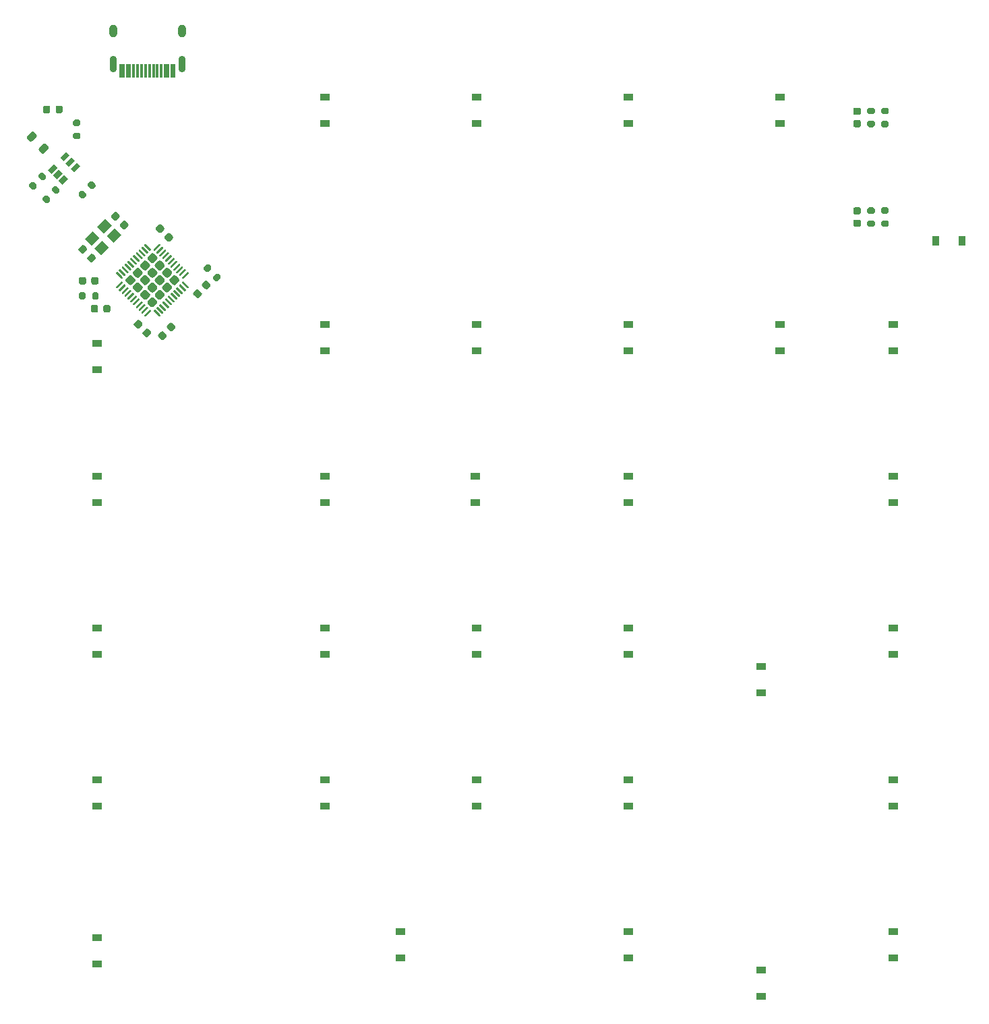
<source format=gbr>
G04 #@! TF.GenerationSoftware,KiCad,Pcbnew,(5.1.8)-1*
G04 #@! TF.CreationDate,2021-01-11T10:14:07+02:00*
G04 #@! TF.ProjectId,OsseyPad,4f737365-7950-4616-942e-6b696361645f,rev?*
G04 #@! TF.SameCoordinates,Original*
G04 #@! TF.FileFunction,Paste,Bot*
G04 #@! TF.FilePolarity,Positive*
%FSLAX46Y46*%
G04 Gerber Fmt 4.6, Leading zero omitted, Abs format (unit mm)*
G04 Created by KiCad (PCBNEW (5.1.8)-1) date 2021-01-11 10:14:07*
%MOMM*%
%LPD*%
G01*
G04 APERTURE LIST*
%ADD10R,0.300000X1.750000*%
%ADD11O,0.900000X2.100000*%
%ADD12O,1.000000X1.600000*%
%ADD13R,0.900000X1.200000*%
%ADD14C,0.100000*%
%ADD15R,1.200000X0.900000*%
G04 APERTURE END LIST*
D10*
X54900000Y-28410000D03*
X54600000Y-28410000D03*
X53800000Y-28410000D03*
X54100000Y-28410000D03*
X49300000Y-28410000D03*
X49000000Y-28410000D03*
X48500000Y-28410000D03*
X48200000Y-28410000D03*
X51300000Y-28410000D03*
X50300000Y-28410000D03*
X49800000Y-28410000D03*
X50800000Y-28410000D03*
X53300000Y-28410000D03*
X52800000Y-28410000D03*
X52300000Y-28410000D03*
X51800000Y-28410000D03*
D11*
X55870000Y-27570000D03*
X47230000Y-27570000D03*
D12*
X55870000Y-23390000D03*
X47230000Y-23390000D03*
D13*
X153825000Y-49756250D03*
X150525000Y-49756250D03*
G36*
G01*
X44469975Y-43250184D02*
X44081066Y-42861275D01*
G75*
G02*
X44081066Y-42578433I141421J141421D01*
G01*
X44363909Y-42295590D01*
G75*
G02*
X44646751Y-42295590I141421J-141421D01*
G01*
X45035660Y-42684499D01*
G75*
G02*
X45035660Y-42967341I-141421J-141421D01*
G01*
X44752817Y-43250184D01*
G75*
G02*
X44469975Y-43250184I-141421J141421D01*
G01*
G37*
G36*
G01*
X43303249Y-44416910D02*
X42914340Y-44028001D01*
G75*
G02*
X42914340Y-43745159I141421J141421D01*
G01*
X43197183Y-43462316D01*
G75*
G02*
X43480025Y-43462316I141421J-141421D01*
G01*
X43868934Y-43851225D01*
G75*
G02*
X43868934Y-44134067I-141421J-141421D01*
G01*
X43586091Y-44416910D01*
G75*
G02*
X43303249Y-44416910I-141421J141421D01*
G01*
G37*
G36*
G01*
X42950000Y-35331250D02*
X42400000Y-35331250D01*
G75*
G02*
X42200000Y-35131250I0J200000D01*
G01*
X42200000Y-34731250D01*
G75*
G02*
X42400000Y-34531250I200000J0D01*
G01*
X42950000Y-34531250D01*
G75*
G02*
X43150000Y-34731250I0J-200000D01*
G01*
X43150000Y-35131250D01*
G75*
G02*
X42950000Y-35331250I-200000J0D01*
G01*
G37*
G36*
G01*
X42950000Y-36981250D02*
X42400000Y-36981250D01*
G75*
G02*
X42200000Y-36781250I0J200000D01*
G01*
X42200000Y-36381250D01*
G75*
G02*
X42400000Y-36181250I200000J0D01*
G01*
X42950000Y-36181250D01*
G75*
G02*
X43150000Y-36381250I0J-200000D01*
G01*
X43150000Y-36781250D01*
G75*
G02*
X42950000Y-36981250I-200000J0D01*
G01*
G37*
G36*
G01*
X37600561Y-36704165D02*
X37061392Y-37243334D01*
G75*
G02*
X36752032Y-37243334I-154680J154680D01*
G01*
X36442673Y-36933975D01*
G75*
G02*
X36442673Y-36624615I154680J154680D01*
G01*
X36981842Y-36085446D01*
G75*
G02*
X37291202Y-36085446I154680J-154680D01*
G01*
X37600561Y-36394805D01*
G75*
G02*
X37600561Y-36704165I-154680J-154680D01*
G01*
G37*
G36*
G01*
X39103163Y-38206767D02*
X38563994Y-38745936D01*
G75*
G02*
X38254634Y-38745936I-154680J154680D01*
G01*
X37945275Y-38436577D01*
G75*
G02*
X37945275Y-38127217I154680J154680D01*
G01*
X38484444Y-37588048D01*
G75*
G02*
X38793804Y-37588048I154680J-154680D01*
G01*
X39103163Y-37897407D01*
G75*
G02*
X39103163Y-38206767I-154680J-154680D01*
G01*
G37*
G36*
G01*
X39325000Y-33000000D02*
X39325000Y-33512500D01*
G75*
G02*
X39106250Y-33731250I-218750J0D01*
G01*
X38668750Y-33731250D01*
G75*
G02*
X38450000Y-33512500I0J218750D01*
G01*
X38450000Y-33000000D01*
G75*
G02*
X38668750Y-32781250I218750J0D01*
G01*
X39106250Y-32781250D01*
G75*
G02*
X39325000Y-33000000I0J-218750D01*
G01*
G37*
G36*
G01*
X40900000Y-33000000D02*
X40900000Y-33512500D01*
G75*
G02*
X40681250Y-33731250I-218750J0D01*
G01*
X40243750Y-33731250D01*
G75*
G02*
X40025000Y-33512500I0J218750D01*
G01*
X40025000Y-33000000D01*
G75*
G02*
X40243750Y-32781250I218750J0D01*
G01*
X40681250Y-32781250D01*
G75*
G02*
X40900000Y-33000000I0J-218750D01*
G01*
G37*
G36*
G01*
X142150000Y-47181250D02*
X142700000Y-47181250D01*
G75*
G02*
X142900000Y-47381250I0J-200000D01*
G01*
X142900000Y-47781250D01*
G75*
G02*
X142700000Y-47981250I-200000J0D01*
G01*
X142150000Y-47981250D01*
G75*
G02*
X141950000Y-47781250I0J200000D01*
G01*
X141950000Y-47381250D01*
G75*
G02*
X142150000Y-47181250I200000J0D01*
G01*
G37*
G36*
G01*
X142150000Y-45531250D02*
X142700000Y-45531250D01*
G75*
G02*
X142900000Y-45731250I0J-200000D01*
G01*
X142900000Y-46131250D01*
G75*
G02*
X142700000Y-46331250I-200000J0D01*
G01*
X142150000Y-46331250D01*
G75*
G02*
X141950000Y-46131250I0J200000D01*
G01*
X141950000Y-45731250D01*
G75*
G02*
X142150000Y-45531250I200000J0D01*
G01*
G37*
G36*
G01*
X142700000Y-33831250D02*
X142150000Y-33831250D01*
G75*
G02*
X141950000Y-33631250I0J200000D01*
G01*
X141950000Y-33231250D01*
G75*
G02*
X142150000Y-33031250I200000J0D01*
G01*
X142700000Y-33031250D01*
G75*
G02*
X142900000Y-33231250I0J-200000D01*
G01*
X142900000Y-33631250D01*
G75*
G02*
X142700000Y-33831250I-200000J0D01*
G01*
G37*
G36*
G01*
X142700000Y-35481250D02*
X142150000Y-35481250D01*
G75*
G02*
X141950000Y-35281250I0J200000D01*
G01*
X141950000Y-34881250D01*
G75*
G02*
X142150000Y-34681250I200000J0D01*
G01*
X142700000Y-34681250D01*
G75*
G02*
X142900000Y-34881250I0J-200000D01*
G01*
X142900000Y-35281250D01*
G75*
G02*
X142700000Y-35481250I-200000J0D01*
G01*
G37*
G36*
G01*
X144450000Y-46331250D02*
X143900000Y-46331250D01*
G75*
G02*
X143700000Y-46131250I0J200000D01*
G01*
X143700000Y-45731250D01*
G75*
G02*
X143900000Y-45531250I200000J0D01*
G01*
X144450000Y-45531250D01*
G75*
G02*
X144650000Y-45731250I0J-200000D01*
G01*
X144650000Y-46131250D01*
G75*
G02*
X144450000Y-46331250I-200000J0D01*
G01*
G37*
G36*
G01*
X144450000Y-47981250D02*
X143900000Y-47981250D01*
G75*
G02*
X143700000Y-47781250I0J200000D01*
G01*
X143700000Y-47381250D01*
G75*
G02*
X143900000Y-47181250I200000J0D01*
G01*
X144450000Y-47181250D01*
G75*
G02*
X144650000Y-47381250I0J-200000D01*
G01*
X144650000Y-47781250D01*
G75*
G02*
X144450000Y-47981250I-200000J0D01*
G01*
G37*
G36*
G01*
X143900000Y-34681250D02*
X144450000Y-34681250D01*
G75*
G02*
X144650000Y-34881250I0J-200000D01*
G01*
X144650000Y-35281250D01*
G75*
G02*
X144450000Y-35481250I-200000J0D01*
G01*
X143900000Y-35481250D01*
G75*
G02*
X143700000Y-35281250I0J200000D01*
G01*
X143700000Y-34881250D01*
G75*
G02*
X143900000Y-34681250I200000J0D01*
G01*
G37*
G36*
G01*
X143900000Y-33031250D02*
X144450000Y-33031250D01*
G75*
G02*
X144650000Y-33231250I0J-200000D01*
G01*
X144650000Y-33631250D01*
G75*
G02*
X144450000Y-33831250I-200000J0D01*
G01*
X143900000Y-33831250D01*
G75*
G02*
X143700000Y-33631250I0J200000D01*
G01*
X143700000Y-33231250D01*
G75*
G02*
X143900000Y-33031250I200000J0D01*
G01*
G37*
G36*
G01*
X140425000Y-34581250D02*
X140925000Y-34581250D01*
G75*
G02*
X141150000Y-34806250I0J-225000D01*
G01*
X141150000Y-35256250D01*
G75*
G02*
X140925000Y-35481250I-225000J0D01*
G01*
X140425000Y-35481250D01*
G75*
G02*
X140200000Y-35256250I0J225000D01*
G01*
X140200000Y-34806250D01*
G75*
G02*
X140425000Y-34581250I225000J0D01*
G01*
G37*
G36*
G01*
X140425000Y-33031250D02*
X140925000Y-33031250D01*
G75*
G02*
X141150000Y-33256250I0J-225000D01*
G01*
X141150000Y-33706250D01*
G75*
G02*
X140925000Y-33931250I-225000J0D01*
G01*
X140425000Y-33931250D01*
G75*
G02*
X140200000Y-33706250I0J225000D01*
G01*
X140200000Y-33256250D01*
G75*
G02*
X140425000Y-33031250I225000J0D01*
G01*
G37*
G36*
G01*
X140925000Y-46431250D02*
X140425000Y-46431250D01*
G75*
G02*
X140200000Y-46206250I0J225000D01*
G01*
X140200000Y-45756250D01*
G75*
G02*
X140425000Y-45531250I225000J0D01*
G01*
X140925000Y-45531250D01*
G75*
G02*
X141150000Y-45756250I0J-225000D01*
G01*
X141150000Y-46206250D01*
G75*
G02*
X140925000Y-46431250I-225000J0D01*
G01*
G37*
G36*
G01*
X140925000Y-47981250D02*
X140425000Y-47981250D01*
G75*
G02*
X140200000Y-47756250I0J225000D01*
G01*
X140200000Y-47306250D01*
G75*
G02*
X140425000Y-47081250I225000J0D01*
G01*
X140925000Y-47081250D01*
G75*
G02*
X141150000Y-47306250I0J-225000D01*
G01*
X141150000Y-47756250D01*
G75*
G02*
X140925000Y-47981250I-225000J0D01*
G01*
G37*
G36*
G01*
X50978033Y-61162837D02*
X51331587Y-60809283D01*
G75*
G02*
X51649785Y-60809283I159099J-159099D01*
G01*
X51967983Y-61127481D01*
G75*
G02*
X51967983Y-61445679I-159099J-159099D01*
G01*
X51614429Y-61799233D01*
G75*
G02*
X51296231Y-61799233I-159099J159099D01*
G01*
X50978033Y-61481035D01*
G75*
G02*
X50978033Y-61162837I159099J159099D01*
G01*
G37*
G36*
G01*
X49882017Y-60066821D02*
X50235571Y-59713267D01*
G75*
G02*
X50553769Y-59713267I159099J-159099D01*
G01*
X50871967Y-60031465D01*
G75*
G02*
X50871967Y-60349663I-159099J-159099D01*
G01*
X50518413Y-60703217D01*
G75*
G02*
X50200215Y-60703217I-159099J159099D01*
G01*
X49882017Y-60385019D01*
G75*
G02*
X49882017Y-60066821I159099J159099D01*
G01*
G37*
D14*
G36*
X46245711Y-46958332D02*
G01*
X47094239Y-47806860D01*
X46104289Y-48796810D01*
X45255761Y-47948282D01*
X46245711Y-46958332D01*
G37*
G36*
X44690076Y-48513967D02*
G01*
X45538604Y-49362495D01*
X44548654Y-50352445D01*
X43700126Y-49503917D01*
X44690076Y-48513967D01*
G37*
G36*
X45892157Y-49716048D02*
G01*
X46740685Y-50564576D01*
X45750735Y-51554526D01*
X44902207Y-50705998D01*
X45892157Y-49716048D01*
G37*
G36*
X47447792Y-48160413D02*
G01*
X48296320Y-49008941D01*
X47306370Y-49998891D01*
X46457842Y-49150363D01*
X47447792Y-48160413D01*
G37*
G36*
X41707967Y-40445644D02*
G01*
X41248348Y-39986025D01*
X41997881Y-39236492D01*
X42457500Y-39696111D01*
X41707967Y-40445644D01*
G37*
G36*
X42379719Y-41117395D02*
G01*
X41920100Y-40657776D01*
X42669633Y-39908243D01*
X43129252Y-40367862D01*
X42379719Y-41117395D01*
G37*
G36*
X41036216Y-39773892D02*
G01*
X40576597Y-39314273D01*
X41326130Y-38564740D01*
X41785749Y-39024359D01*
X41036216Y-39773892D01*
G37*
G36*
X39480581Y-41329527D02*
G01*
X39020962Y-40869908D01*
X39770495Y-40120375D01*
X40230114Y-40579994D01*
X39480581Y-41329527D01*
G37*
G36*
X40152333Y-42001278D02*
G01*
X39692714Y-41541659D01*
X40442247Y-40792126D01*
X40901866Y-41251745D01*
X40152333Y-42001278D01*
G37*
G36*
X40824084Y-42673030D02*
G01*
X40364465Y-42213411D01*
X41113998Y-41463878D01*
X41573617Y-41923497D01*
X40824084Y-42673030D01*
G37*
G36*
G01*
X51998224Y-52483459D02*
X51609314Y-52094549D01*
G75*
G02*
X51609314Y-51740997I176776J176776D01*
G01*
X51998224Y-51352087D01*
G75*
G02*
X52351776Y-51352087I176776J-176776D01*
G01*
X52740686Y-51740997D01*
G75*
G02*
X52740686Y-52094549I-176776J-176776D01*
G01*
X52351776Y-52483459D01*
G75*
G02*
X51998224Y-52483459I-176776J176776D01*
G01*
G37*
G36*
G01*
X52917463Y-53402697D02*
X52528553Y-53013787D01*
G75*
G02*
X52528553Y-52660235I176776J176776D01*
G01*
X52917463Y-52271325D01*
G75*
G02*
X53271015Y-52271325I176776J-176776D01*
G01*
X53659925Y-52660235D01*
G75*
G02*
X53659925Y-53013787I-176776J-176776D01*
G01*
X53271015Y-53402697D01*
G75*
G02*
X52917463Y-53402697I-176776J176776D01*
G01*
G37*
G36*
G01*
X53836702Y-54321936D02*
X53447792Y-53933026D01*
G75*
G02*
X53447792Y-53579474I176776J176776D01*
G01*
X53836702Y-53190564D01*
G75*
G02*
X54190254Y-53190564I176776J-176776D01*
G01*
X54579164Y-53579474D01*
G75*
G02*
X54579164Y-53933026I-176776J-176776D01*
G01*
X54190254Y-54321936D01*
G75*
G02*
X53836702Y-54321936I-176776J176776D01*
G01*
G37*
G36*
G01*
X54755940Y-55241175D02*
X54367030Y-54852265D01*
G75*
G02*
X54367030Y-54498713I176776J176776D01*
G01*
X54755940Y-54109803D01*
G75*
G02*
X55109492Y-54109803I176776J-176776D01*
G01*
X55498402Y-54498713D01*
G75*
G02*
X55498402Y-54852265I-176776J-176776D01*
G01*
X55109492Y-55241175D01*
G75*
G02*
X54755940Y-55241175I-176776J176776D01*
G01*
G37*
G36*
G01*
X51078985Y-53402697D02*
X50690075Y-53013787D01*
G75*
G02*
X50690075Y-52660235I176776J176776D01*
G01*
X51078985Y-52271325D01*
G75*
G02*
X51432537Y-52271325I176776J-176776D01*
G01*
X51821447Y-52660235D01*
G75*
G02*
X51821447Y-53013787I-176776J-176776D01*
G01*
X51432537Y-53402697D01*
G75*
G02*
X51078985Y-53402697I-176776J176776D01*
G01*
G37*
G36*
G01*
X51998224Y-54321936D02*
X51609314Y-53933026D01*
G75*
G02*
X51609314Y-53579474I176776J176776D01*
G01*
X51998224Y-53190564D01*
G75*
G02*
X52351776Y-53190564I176776J-176776D01*
G01*
X52740686Y-53579474D01*
G75*
G02*
X52740686Y-53933026I-176776J-176776D01*
G01*
X52351776Y-54321936D01*
G75*
G02*
X51998224Y-54321936I-176776J176776D01*
G01*
G37*
G36*
G01*
X52917463Y-55241175D02*
X52528553Y-54852265D01*
G75*
G02*
X52528553Y-54498713I176776J176776D01*
G01*
X52917463Y-54109803D01*
G75*
G02*
X53271015Y-54109803I176776J-176776D01*
G01*
X53659925Y-54498713D01*
G75*
G02*
X53659925Y-54852265I-176776J-176776D01*
G01*
X53271015Y-55241175D01*
G75*
G02*
X52917463Y-55241175I-176776J176776D01*
G01*
G37*
G36*
G01*
X53836702Y-56160414D02*
X53447792Y-55771504D01*
G75*
G02*
X53447792Y-55417952I176776J176776D01*
G01*
X53836702Y-55029042D01*
G75*
G02*
X54190254Y-55029042I176776J-176776D01*
G01*
X54579164Y-55417952D01*
G75*
G02*
X54579164Y-55771504I-176776J-176776D01*
G01*
X54190254Y-56160414D01*
G75*
G02*
X53836702Y-56160414I-176776J176776D01*
G01*
G37*
G36*
G01*
X50159746Y-54321936D02*
X49770836Y-53933026D01*
G75*
G02*
X49770836Y-53579474I176776J176776D01*
G01*
X50159746Y-53190564D01*
G75*
G02*
X50513298Y-53190564I176776J-176776D01*
G01*
X50902208Y-53579474D01*
G75*
G02*
X50902208Y-53933026I-176776J-176776D01*
G01*
X50513298Y-54321936D01*
G75*
G02*
X50159746Y-54321936I-176776J176776D01*
G01*
G37*
G36*
G01*
X51078985Y-55241175D02*
X50690075Y-54852265D01*
G75*
G02*
X50690075Y-54498713I176776J176776D01*
G01*
X51078985Y-54109803D01*
G75*
G02*
X51432537Y-54109803I176776J-176776D01*
G01*
X51821447Y-54498713D01*
G75*
G02*
X51821447Y-54852265I-176776J-176776D01*
G01*
X51432537Y-55241175D01*
G75*
G02*
X51078985Y-55241175I-176776J176776D01*
G01*
G37*
G36*
G01*
X51998224Y-56160414D02*
X51609314Y-55771504D01*
G75*
G02*
X51609314Y-55417952I176776J176776D01*
G01*
X51998224Y-55029042D01*
G75*
G02*
X52351776Y-55029042I176776J-176776D01*
G01*
X52740686Y-55417952D01*
G75*
G02*
X52740686Y-55771504I-176776J-176776D01*
G01*
X52351776Y-56160414D01*
G75*
G02*
X51998224Y-56160414I-176776J176776D01*
G01*
G37*
G36*
G01*
X52917463Y-57079653D02*
X52528553Y-56690743D01*
G75*
G02*
X52528553Y-56337191I176776J176776D01*
G01*
X52917463Y-55948281D01*
G75*
G02*
X53271015Y-55948281I176776J-176776D01*
G01*
X53659925Y-56337191D01*
G75*
G02*
X53659925Y-56690743I-176776J-176776D01*
G01*
X53271015Y-57079653D01*
G75*
G02*
X52917463Y-57079653I-176776J176776D01*
G01*
G37*
G36*
G01*
X49240508Y-55241175D02*
X48851598Y-54852265D01*
G75*
G02*
X48851598Y-54498713I176776J176776D01*
G01*
X49240508Y-54109803D01*
G75*
G02*
X49594060Y-54109803I176776J-176776D01*
G01*
X49982970Y-54498713D01*
G75*
G02*
X49982970Y-54852265I-176776J-176776D01*
G01*
X49594060Y-55241175D01*
G75*
G02*
X49240508Y-55241175I-176776J176776D01*
G01*
G37*
G36*
G01*
X50159746Y-56160414D02*
X49770836Y-55771504D01*
G75*
G02*
X49770836Y-55417952I176776J176776D01*
G01*
X50159746Y-55029042D01*
G75*
G02*
X50513298Y-55029042I176776J-176776D01*
G01*
X50902208Y-55417952D01*
G75*
G02*
X50902208Y-55771504I-176776J-176776D01*
G01*
X50513298Y-56160414D01*
G75*
G02*
X50159746Y-56160414I-176776J176776D01*
G01*
G37*
G36*
G01*
X51078985Y-57079653D02*
X50690075Y-56690743D01*
G75*
G02*
X50690075Y-56337191I176776J176776D01*
G01*
X51078985Y-55948281D01*
G75*
G02*
X51432537Y-55948281I176776J-176776D01*
G01*
X51821447Y-56337191D01*
G75*
G02*
X51821447Y-56690743I-176776J-176776D01*
G01*
X51432537Y-57079653D01*
G75*
G02*
X51078985Y-57079653I-176776J176776D01*
G01*
G37*
G36*
G01*
X51998224Y-57998891D02*
X51609314Y-57609981D01*
G75*
G02*
X51609314Y-57256429I176776J176776D01*
G01*
X51998224Y-56867519D01*
G75*
G02*
X52351776Y-56867519I176776J-176776D01*
G01*
X52740686Y-57256429D01*
G75*
G02*
X52740686Y-57609981I-176776J-176776D01*
G01*
X52351776Y-57998891D01*
G75*
G02*
X51998224Y-57998891I-176776J176776D01*
G01*
G37*
G36*
G01*
X53014690Y-59227489D02*
X52342938Y-58555737D01*
G75*
G02*
X52342938Y-58467349I44194J44194D01*
G01*
X52431326Y-58378961D01*
G75*
G02*
X52519714Y-58378961I44194J-44194D01*
G01*
X53191466Y-59050713D01*
G75*
G02*
X53191466Y-59139101I-44194J-44194D01*
G01*
X53103078Y-59227489D01*
G75*
G02*
X53014690Y-59227489I-44194J44194D01*
G01*
G37*
G36*
G01*
X53368243Y-58873935D02*
X52696491Y-58202183D01*
G75*
G02*
X52696491Y-58113795I44194J44194D01*
G01*
X52784879Y-58025407D01*
G75*
G02*
X52873267Y-58025407I44194J-44194D01*
G01*
X53545019Y-58697159D01*
G75*
G02*
X53545019Y-58785547I-44194J-44194D01*
G01*
X53456631Y-58873935D01*
G75*
G02*
X53368243Y-58873935I-44194J44194D01*
G01*
G37*
G36*
G01*
X53721797Y-58520382D02*
X53050045Y-57848630D01*
G75*
G02*
X53050045Y-57760242I44194J44194D01*
G01*
X53138433Y-57671854D01*
G75*
G02*
X53226821Y-57671854I44194J-44194D01*
G01*
X53898573Y-58343606D01*
G75*
G02*
X53898573Y-58431994I-44194J-44194D01*
G01*
X53810185Y-58520382D01*
G75*
G02*
X53721797Y-58520382I-44194J44194D01*
G01*
G37*
G36*
G01*
X54075350Y-58166829D02*
X53403598Y-57495077D01*
G75*
G02*
X53403598Y-57406689I44194J44194D01*
G01*
X53491986Y-57318301D01*
G75*
G02*
X53580374Y-57318301I44194J-44194D01*
G01*
X54252126Y-57990053D01*
G75*
G02*
X54252126Y-58078441I-44194J-44194D01*
G01*
X54163738Y-58166829D01*
G75*
G02*
X54075350Y-58166829I-44194J44194D01*
G01*
G37*
G36*
G01*
X54428903Y-57813275D02*
X53757151Y-57141523D01*
G75*
G02*
X53757151Y-57053135I44194J44194D01*
G01*
X53845539Y-56964747D01*
G75*
G02*
X53933927Y-56964747I44194J-44194D01*
G01*
X54605679Y-57636499D01*
G75*
G02*
X54605679Y-57724887I-44194J-44194D01*
G01*
X54517291Y-57813275D01*
G75*
G02*
X54428903Y-57813275I-44194J44194D01*
G01*
G37*
G36*
G01*
X54782457Y-57459722D02*
X54110705Y-56787970D01*
G75*
G02*
X54110705Y-56699582I44194J44194D01*
G01*
X54199093Y-56611194D01*
G75*
G02*
X54287481Y-56611194I44194J-44194D01*
G01*
X54959233Y-57282946D01*
G75*
G02*
X54959233Y-57371334I-44194J-44194D01*
G01*
X54870845Y-57459722D01*
G75*
G02*
X54782457Y-57459722I-44194J44194D01*
G01*
G37*
G36*
G01*
X55136010Y-57106168D02*
X54464258Y-56434416D01*
G75*
G02*
X54464258Y-56346028I44194J44194D01*
G01*
X54552646Y-56257640D01*
G75*
G02*
X54641034Y-56257640I44194J-44194D01*
G01*
X55312786Y-56929392D01*
G75*
G02*
X55312786Y-57017780I-44194J-44194D01*
G01*
X55224398Y-57106168D01*
G75*
G02*
X55136010Y-57106168I-44194J44194D01*
G01*
G37*
G36*
G01*
X55489564Y-56752615D02*
X54817812Y-56080863D01*
G75*
G02*
X54817812Y-55992475I44194J44194D01*
G01*
X54906200Y-55904087D01*
G75*
G02*
X54994588Y-55904087I44194J-44194D01*
G01*
X55666340Y-56575839D01*
G75*
G02*
X55666340Y-56664227I-44194J-44194D01*
G01*
X55577952Y-56752615D01*
G75*
G02*
X55489564Y-56752615I-44194J44194D01*
G01*
G37*
G36*
G01*
X55843117Y-56399062D02*
X55171365Y-55727310D01*
G75*
G02*
X55171365Y-55638922I44194J44194D01*
G01*
X55259753Y-55550534D01*
G75*
G02*
X55348141Y-55550534I44194J-44194D01*
G01*
X56019893Y-56222286D01*
G75*
G02*
X56019893Y-56310674I-44194J-44194D01*
G01*
X55931505Y-56399062D01*
G75*
G02*
X55843117Y-56399062I-44194J44194D01*
G01*
G37*
G36*
G01*
X56196670Y-56045508D02*
X55524918Y-55373756D01*
G75*
G02*
X55524918Y-55285368I44194J44194D01*
G01*
X55613306Y-55196980D01*
G75*
G02*
X55701694Y-55196980I44194J-44194D01*
G01*
X56373446Y-55868732D01*
G75*
G02*
X56373446Y-55957120I-44194J-44194D01*
G01*
X56285058Y-56045508D01*
G75*
G02*
X56196670Y-56045508I-44194J44194D01*
G01*
G37*
G36*
G01*
X56550224Y-55691955D02*
X55878472Y-55020203D01*
G75*
G02*
X55878472Y-54931815I44194J44194D01*
G01*
X55966860Y-54843427D01*
G75*
G02*
X56055248Y-54843427I44194J-44194D01*
G01*
X56727000Y-55515179D01*
G75*
G02*
X56727000Y-55603567I-44194J-44194D01*
G01*
X56638612Y-55691955D01*
G75*
G02*
X56550224Y-55691955I-44194J44194D01*
G01*
G37*
G36*
G01*
X55966860Y-54507551D02*
X55878472Y-54419163D01*
G75*
G02*
X55878472Y-54330775I44194J44194D01*
G01*
X56550224Y-53659023D01*
G75*
G02*
X56638612Y-53659023I44194J-44194D01*
G01*
X56727000Y-53747411D01*
G75*
G02*
X56727000Y-53835799I-44194J-44194D01*
G01*
X56055248Y-54507551D01*
G75*
G02*
X55966860Y-54507551I-44194J44194D01*
G01*
G37*
G36*
G01*
X55613306Y-54153998D02*
X55524918Y-54065610D01*
G75*
G02*
X55524918Y-53977222I44194J44194D01*
G01*
X56196670Y-53305470D01*
G75*
G02*
X56285058Y-53305470I44194J-44194D01*
G01*
X56373446Y-53393858D01*
G75*
G02*
X56373446Y-53482246I-44194J-44194D01*
G01*
X55701694Y-54153998D01*
G75*
G02*
X55613306Y-54153998I-44194J44194D01*
G01*
G37*
G36*
G01*
X55259753Y-53800444D02*
X55171365Y-53712056D01*
G75*
G02*
X55171365Y-53623668I44194J44194D01*
G01*
X55843117Y-52951916D01*
G75*
G02*
X55931505Y-52951916I44194J-44194D01*
G01*
X56019893Y-53040304D01*
G75*
G02*
X56019893Y-53128692I-44194J-44194D01*
G01*
X55348141Y-53800444D01*
G75*
G02*
X55259753Y-53800444I-44194J44194D01*
G01*
G37*
G36*
G01*
X54906200Y-53446891D02*
X54817812Y-53358503D01*
G75*
G02*
X54817812Y-53270115I44194J44194D01*
G01*
X55489564Y-52598363D01*
G75*
G02*
X55577952Y-52598363I44194J-44194D01*
G01*
X55666340Y-52686751D01*
G75*
G02*
X55666340Y-52775139I-44194J-44194D01*
G01*
X54994588Y-53446891D01*
G75*
G02*
X54906200Y-53446891I-44194J44194D01*
G01*
G37*
G36*
G01*
X54552646Y-53093338D02*
X54464258Y-53004950D01*
G75*
G02*
X54464258Y-52916562I44194J44194D01*
G01*
X55136010Y-52244810D01*
G75*
G02*
X55224398Y-52244810I44194J-44194D01*
G01*
X55312786Y-52333198D01*
G75*
G02*
X55312786Y-52421586I-44194J-44194D01*
G01*
X54641034Y-53093338D01*
G75*
G02*
X54552646Y-53093338I-44194J44194D01*
G01*
G37*
G36*
G01*
X54199093Y-52739784D02*
X54110705Y-52651396D01*
G75*
G02*
X54110705Y-52563008I44194J44194D01*
G01*
X54782457Y-51891256D01*
G75*
G02*
X54870845Y-51891256I44194J-44194D01*
G01*
X54959233Y-51979644D01*
G75*
G02*
X54959233Y-52068032I-44194J-44194D01*
G01*
X54287481Y-52739784D01*
G75*
G02*
X54199093Y-52739784I-44194J44194D01*
G01*
G37*
G36*
G01*
X53845539Y-52386231D02*
X53757151Y-52297843D01*
G75*
G02*
X53757151Y-52209455I44194J44194D01*
G01*
X54428903Y-51537703D01*
G75*
G02*
X54517291Y-51537703I44194J-44194D01*
G01*
X54605679Y-51626091D01*
G75*
G02*
X54605679Y-51714479I-44194J-44194D01*
G01*
X53933927Y-52386231D01*
G75*
G02*
X53845539Y-52386231I-44194J44194D01*
G01*
G37*
G36*
G01*
X53491986Y-52032677D02*
X53403598Y-51944289D01*
G75*
G02*
X53403598Y-51855901I44194J44194D01*
G01*
X54075350Y-51184149D01*
G75*
G02*
X54163738Y-51184149I44194J-44194D01*
G01*
X54252126Y-51272537D01*
G75*
G02*
X54252126Y-51360925I-44194J-44194D01*
G01*
X53580374Y-52032677D01*
G75*
G02*
X53491986Y-52032677I-44194J44194D01*
G01*
G37*
G36*
G01*
X53138433Y-51679124D02*
X53050045Y-51590736D01*
G75*
G02*
X53050045Y-51502348I44194J44194D01*
G01*
X53721797Y-50830596D01*
G75*
G02*
X53810185Y-50830596I44194J-44194D01*
G01*
X53898573Y-50918984D01*
G75*
G02*
X53898573Y-51007372I-44194J-44194D01*
G01*
X53226821Y-51679124D01*
G75*
G02*
X53138433Y-51679124I-44194J44194D01*
G01*
G37*
G36*
G01*
X52784879Y-51325571D02*
X52696491Y-51237183D01*
G75*
G02*
X52696491Y-51148795I44194J44194D01*
G01*
X53368243Y-50477043D01*
G75*
G02*
X53456631Y-50477043I44194J-44194D01*
G01*
X53545019Y-50565431D01*
G75*
G02*
X53545019Y-50653819I-44194J-44194D01*
G01*
X52873267Y-51325571D01*
G75*
G02*
X52784879Y-51325571I-44194J44194D01*
G01*
G37*
G36*
G01*
X52431326Y-50972017D02*
X52342938Y-50883629D01*
G75*
G02*
X52342938Y-50795241I44194J44194D01*
G01*
X53014690Y-50123489D01*
G75*
G02*
X53103078Y-50123489I44194J-44194D01*
G01*
X53191466Y-50211877D01*
G75*
G02*
X53191466Y-50300265I-44194J-44194D01*
G01*
X52519714Y-50972017D01*
G75*
G02*
X52431326Y-50972017I-44194J44194D01*
G01*
G37*
G36*
G01*
X51830286Y-50972017D02*
X51158534Y-50300265D01*
G75*
G02*
X51158534Y-50211877I44194J44194D01*
G01*
X51246922Y-50123489D01*
G75*
G02*
X51335310Y-50123489I44194J-44194D01*
G01*
X52007062Y-50795241D01*
G75*
G02*
X52007062Y-50883629I-44194J-44194D01*
G01*
X51918674Y-50972017D01*
G75*
G02*
X51830286Y-50972017I-44194J44194D01*
G01*
G37*
G36*
G01*
X51476733Y-51325571D02*
X50804981Y-50653819D01*
G75*
G02*
X50804981Y-50565431I44194J44194D01*
G01*
X50893369Y-50477043D01*
G75*
G02*
X50981757Y-50477043I44194J-44194D01*
G01*
X51653509Y-51148795D01*
G75*
G02*
X51653509Y-51237183I-44194J-44194D01*
G01*
X51565121Y-51325571D01*
G75*
G02*
X51476733Y-51325571I-44194J44194D01*
G01*
G37*
G36*
G01*
X51123179Y-51679124D02*
X50451427Y-51007372D01*
G75*
G02*
X50451427Y-50918984I44194J44194D01*
G01*
X50539815Y-50830596D01*
G75*
G02*
X50628203Y-50830596I44194J-44194D01*
G01*
X51299955Y-51502348D01*
G75*
G02*
X51299955Y-51590736I-44194J-44194D01*
G01*
X51211567Y-51679124D01*
G75*
G02*
X51123179Y-51679124I-44194J44194D01*
G01*
G37*
G36*
G01*
X50769626Y-52032677D02*
X50097874Y-51360925D01*
G75*
G02*
X50097874Y-51272537I44194J44194D01*
G01*
X50186262Y-51184149D01*
G75*
G02*
X50274650Y-51184149I44194J-44194D01*
G01*
X50946402Y-51855901D01*
G75*
G02*
X50946402Y-51944289I-44194J-44194D01*
G01*
X50858014Y-52032677D01*
G75*
G02*
X50769626Y-52032677I-44194J44194D01*
G01*
G37*
G36*
G01*
X50416073Y-52386231D02*
X49744321Y-51714479D01*
G75*
G02*
X49744321Y-51626091I44194J44194D01*
G01*
X49832709Y-51537703D01*
G75*
G02*
X49921097Y-51537703I44194J-44194D01*
G01*
X50592849Y-52209455D01*
G75*
G02*
X50592849Y-52297843I-44194J-44194D01*
G01*
X50504461Y-52386231D01*
G75*
G02*
X50416073Y-52386231I-44194J44194D01*
G01*
G37*
G36*
G01*
X50062519Y-52739784D02*
X49390767Y-52068032D01*
G75*
G02*
X49390767Y-51979644I44194J44194D01*
G01*
X49479155Y-51891256D01*
G75*
G02*
X49567543Y-51891256I44194J-44194D01*
G01*
X50239295Y-52563008D01*
G75*
G02*
X50239295Y-52651396I-44194J-44194D01*
G01*
X50150907Y-52739784D01*
G75*
G02*
X50062519Y-52739784I-44194J44194D01*
G01*
G37*
G36*
G01*
X49708966Y-53093338D02*
X49037214Y-52421586D01*
G75*
G02*
X49037214Y-52333198I44194J44194D01*
G01*
X49125602Y-52244810D01*
G75*
G02*
X49213990Y-52244810I44194J-44194D01*
G01*
X49885742Y-52916562D01*
G75*
G02*
X49885742Y-53004950I-44194J-44194D01*
G01*
X49797354Y-53093338D01*
G75*
G02*
X49708966Y-53093338I-44194J44194D01*
G01*
G37*
G36*
G01*
X49355412Y-53446891D02*
X48683660Y-52775139D01*
G75*
G02*
X48683660Y-52686751I44194J44194D01*
G01*
X48772048Y-52598363D01*
G75*
G02*
X48860436Y-52598363I44194J-44194D01*
G01*
X49532188Y-53270115D01*
G75*
G02*
X49532188Y-53358503I-44194J-44194D01*
G01*
X49443800Y-53446891D01*
G75*
G02*
X49355412Y-53446891I-44194J44194D01*
G01*
G37*
G36*
G01*
X49001859Y-53800444D02*
X48330107Y-53128692D01*
G75*
G02*
X48330107Y-53040304I44194J44194D01*
G01*
X48418495Y-52951916D01*
G75*
G02*
X48506883Y-52951916I44194J-44194D01*
G01*
X49178635Y-53623668D01*
G75*
G02*
X49178635Y-53712056I-44194J-44194D01*
G01*
X49090247Y-53800444D01*
G75*
G02*
X49001859Y-53800444I-44194J44194D01*
G01*
G37*
G36*
G01*
X48648306Y-54153998D02*
X47976554Y-53482246D01*
G75*
G02*
X47976554Y-53393858I44194J44194D01*
G01*
X48064942Y-53305470D01*
G75*
G02*
X48153330Y-53305470I44194J-44194D01*
G01*
X48825082Y-53977222D01*
G75*
G02*
X48825082Y-54065610I-44194J-44194D01*
G01*
X48736694Y-54153998D01*
G75*
G02*
X48648306Y-54153998I-44194J44194D01*
G01*
G37*
G36*
G01*
X48294752Y-54507551D02*
X47623000Y-53835799D01*
G75*
G02*
X47623000Y-53747411I44194J44194D01*
G01*
X47711388Y-53659023D01*
G75*
G02*
X47799776Y-53659023I44194J-44194D01*
G01*
X48471528Y-54330775D01*
G75*
G02*
X48471528Y-54419163I-44194J-44194D01*
G01*
X48383140Y-54507551D01*
G75*
G02*
X48294752Y-54507551I-44194J44194D01*
G01*
G37*
G36*
G01*
X47711388Y-55691955D02*
X47623000Y-55603567D01*
G75*
G02*
X47623000Y-55515179I44194J44194D01*
G01*
X48294752Y-54843427D01*
G75*
G02*
X48383140Y-54843427I44194J-44194D01*
G01*
X48471528Y-54931815D01*
G75*
G02*
X48471528Y-55020203I-44194J-44194D01*
G01*
X47799776Y-55691955D01*
G75*
G02*
X47711388Y-55691955I-44194J44194D01*
G01*
G37*
G36*
G01*
X48064942Y-56045508D02*
X47976554Y-55957120D01*
G75*
G02*
X47976554Y-55868732I44194J44194D01*
G01*
X48648306Y-55196980D01*
G75*
G02*
X48736694Y-55196980I44194J-44194D01*
G01*
X48825082Y-55285368D01*
G75*
G02*
X48825082Y-55373756I-44194J-44194D01*
G01*
X48153330Y-56045508D01*
G75*
G02*
X48064942Y-56045508I-44194J44194D01*
G01*
G37*
G36*
G01*
X48418495Y-56399062D02*
X48330107Y-56310674D01*
G75*
G02*
X48330107Y-56222286I44194J44194D01*
G01*
X49001859Y-55550534D01*
G75*
G02*
X49090247Y-55550534I44194J-44194D01*
G01*
X49178635Y-55638922D01*
G75*
G02*
X49178635Y-55727310I-44194J-44194D01*
G01*
X48506883Y-56399062D01*
G75*
G02*
X48418495Y-56399062I-44194J44194D01*
G01*
G37*
G36*
G01*
X48772048Y-56752615D02*
X48683660Y-56664227D01*
G75*
G02*
X48683660Y-56575839I44194J44194D01*
G01*
X49355412Y-55904087D01*
G75*
G02*
X49443800Y-55904087I44194J-44194D01*
G01*
X49532188Y-55992475D01*
G75*
G02*
X49532188Y-56080863I-44194J-44194D01*
G01*
X48860436Y-56752615D01*
G75*
G02*
X48772048Y-56752615I-44194J44194D01*
G01*
G37*
G36*
G01*
X49125602Y-57106168D02*
X49037214Y-57017780D01*
G75*
G02*
X49037214Y-56929392I44194J44194D01*
G01*
X49708966Y-56257640D01*
G75*
G02*
X49797354Y-56257640I44194J-44194D01*
G01*
X49885742Y-56346028D01*
G75*
G02*
X49885742Y-56434416I-44194J-44194D01*
G01*
X49213990Y-57106168D01*
G75*
G02*
X49125602Y-57106168I-44194J44194D01*
G01*
G37*
G36*
G01*
X49479155Y-57459722D02*
X49390767Y-57371334D01*
G75*
G02*
X49390767Y-57282946I44194J44194D01*
G01*
X50062519Y-56611194D01*
G75*
G02*
X50150907Y-56611194I44194J-44194D01*
G01*
X50239295Y-56699582D01*
G75*
G02*
X50239295Y-56787970I-44194J-44194D01*
G01*
X49567543Y-57459722D01*
G75*
G02*
X49479155Y-57459722I-44194J44194D01*
G01*
G37*
G36*
G01*
X49832709Y-57813275D02*
X49744321Y-57724887D01*
G75*
G02*
X49744321Y-57636499I44194J44194D01*
G01*
X50416073Y-56964747D01*
G75*
G02*
X50504461Y-56964747I44194J-44194D01*
G01*
X50592849Y-57053135D01*
G75*
G02*
X50592849Y-57141523I-44194J-44194D01*
G01*
X49921097Y-57813275D01*
G75*
G02*
X49832709Y-57813275I-44194J44194D01*
G01*
G37*
G36*
G01*
X50186262Y-58166829D02*
X50097874Y-58078441D01*
G75*
G02*
X50097874Y-57990053I44194J44194D01*
G01*
X50769626Y-57318301D01*
G75*
G02*
X50858014Y-57318301I44194J-44194D01*
G01*
X50946402Y-57406689D01*
G75*
G02*
X50946402Y-57495077I-44194J-44194D01*
G01*
X50274650Y-58166829D01*
G75*
G02*
X50186262Y-58166829I-44194J44194D01*
G01*
G37*
G36*
G01*
X50539815Y-58520382D02*
X50451427Y-58431994D01*
G75*
G02*
X50451427Y-58343606I44194J44194D01*
G01*
X51123179Y-57671854D01*
G75*
G02*
X51211567Y-57671854I44194J-44194D01*
G01*
X51299955Y-57760242D01*
G75*
G02*
X51299955Y-57848630I-44194J-44194D01*
G01*
X50628203Y-58520382D01*
G75*
G02*
X50539815Y-58520382I-44194J44194D01*
G01*
G37*
G36*
G01*
X50893369Y-58873935D02*
X50804981Y-58785547D01*
G75*
G02*
X50804981Y-58697159I44194J44194D01*
G01*
X51476733Y-58025407D01*
G75*
G02*
X51565121Y-58025407I44194J-44194D01*
G01*
X51653509Y-58113795D01*
G75*
G02*
X51653509Y-58202183I-44194J-44194D01*
G01*
X50981757Y-58873935D01*
G75*
G02*
X50893369Y-58873935I-44194J44194D01*
G01*
G37*
G36*
G01*
X51246922Y-59227489D02*
X51158534Y-59139101D01*
G75*
G02*
X51158534Y-59050713I44194J44194D01*
G01*
X51830286Y-58378961D01*
G75*
G02*
X51918674Y-58378961I44194J-44194D01*
G01*
X52007062Y-58467349D01*
G75*
G02*
X52007062Y-58555737I-44194J-44194D01*
G01*
X51335310Y-59227489D01*
G75*
G02*
X51246922Y-59227489I-44194J44194D01*
G01*
G37*
G36*
G01*
X59568934Y-53261275D02*
X59180025Y-53650184D01*
G75*
G02*
X58897183Y-53650184I-141421J141421D01*
G01*
X58614340Y-53367341D01*
G75*
G02*
X58614340Y-53084499I141421J141421D01*
G01*
X59003249Y-52695590D01*
G75*
G02*
X59286091Y-52695590I141421J-141421D01*
G01*
X59568934Y-52978433D01*
G75*
G02*
X59568934Y-53261275I-141421J-141421D01*
G01*
G37*
G36*
G01*
X60735660Y-54428001D02*
X60346751Y-54816910D01*
G75*
G02*
X60063909Y-54816910I-141421J141421D01*
G01*
X59781066Y-54534067D01*
G75*
G02*
X59781066Y-54251225I141421J141421D01*
G01*
X60169975Y-53862316D01*
G75*
G02*
X60452817Y-53862316I141421J-141421D01*
G01*
X60735660Y-54145159D01*
G75*
G02*
X60735660Y-54428001I-141421J-141421D01*
G01*
G37*
G36*
G01*
X43750000Y-56381250D02*
X43750000Y-56931250D01*
G75*
G02*
X43550000Y-57131250I-200000J0D01*
G01*
X43150000Y-57131250D01*
G75*
G02*
X42950000Y-56931250I0J200000D01*
G01*
X42950000Y-56381250D01*
G75*
G02*
X43150000Y-56181250I200000J0D01*
G01*
X43550000Y-56181250D01*
G75*
G02*
X43750000Y-56381250I0J-200000D01*
G01*
G37*
G36*
G01*
X45400000Y-56381250D02*
X45400000Y-56931250D01*
G75*
G02*
X45200000Y-57131250I-200000J0D01*
G01*
X44800000Y-57131250D01*
G75*
G02*
X44600000Y-56931250I0J200000D01*
G01*
X44600000Y-56381250D01*
G75*
G02*
X44800000Y-56181250I200000J0D01*
G01*
X45200000Y-56181250D01*
G75*
G02*
X45400000Y-56381250I0J-200000D01*
G01*
G37*
G36*
G01*
X38246680Y-42139164D02*
X37857771Y-41750255D01*
G75*
G02*
X37857771Y-41467413I141421J141421D01*
G01*
X38140614Y-41184570D01*
G75*
G02*
X38423456Y-41184570I141421J-141421D01*
G01*
X38812365Y-41573479D01*
G75*
G02*
X38812365Y-41856321I-141421J-141421D01*
G01*
X38529522Y-42139164D01*
G75*
G02*
X38246680Y-42139164I-141421J141421D01*
G01*
G37*
G36*
G01*
X37079954Y-43305890D02*
X36691045Y-42916981D01*
G75*
G02*
X36691045Y-42634139I141421J141421D01*
G01*
X36973888Y-42351296D01*
G75*
G02*
X37256730Y-42351296I141421J-141421D01*
G01*
X37645639Y-42740205D01*
G75*
G02*
X37645639Y-43023047I-141421J-141421D01*
G01*
X37362796Y-43305890D01*
G75*
G02*
X37079954Y-43305890I-141421J141421D01*
G01*
G37*
G36*
G01*
X39943737Y-43836220D02*
X39554828Y-43447311D01*
G75*
G02*
X39554828Y-43164469I141421J141421D01*
G01*
X39837671Y-42881626D01*
G75*
G02*
X40120513Y-42881626I141421J-141421D01*
G01*
X40509422Y-43270535D01*
G75*
G02*
X40509422Y-43553377I-141421J-141421D01*
G01*
X40226579Y-43836220D01*
G75*
G02*
X39943737Y-43836220I-141421J141421D01*
G01*
G37*
G36*
G01*
X38777011Y-45002946D02*
X38388102Y-44614037D01*
G75*
G02*
X38388102Y-44331195I141421J141421D01*
G01*
X38670945Y-44048352D01*
G75*
G02*
X38953787Y-44048352I141421J-141421D01*
G01*
X39342696Y-44437261D01*
G75*
G02*
X39342696Y-44720103I-141421J-141421D01*
G01*
X39059853Y-45002946D01*
G75*
G02*
X38777011Y-45002946I-141421J141421D01*
G01*
G37*
G36*
G01*
X45350000Y-58006250D02*
X45350000Y-58506250D01*
G75*
G02*
X45125000Y-58731250I-225000J0D01*
G01*
X44675000Y-58731250D01*
G75*
G02*
X44450000Y-58506250I0J225000D01*
G01*
X44450000Y-58006250D01*
G75*
G02*
X44675000Y-57781250I225000J0D01*
G01*
X45125000Y-57781250D01*
G75*
G02*
X45350000Y-58006250I0J-225000D01*
G01*
G37*
G36*
G01*
X46900000Y-58006250D02*
X46900000Y-58506250D01*
G75*
G02*
X46675000Y-58731250I-225000J0D01*
G01*
X46225000Y-58731250D01*
G75*
G02*
X46000000Y-58506250I0J225000D01*
G01*
X46000000Y-58006250D01*
G75*
G02*
X46225000Y-57781250I225000J0D01*
G01*
X46675000Y-57781250D01*
G75*
G02*
X46900000Y-58006250I0J-225000D01*
G01*
G37*
G36*
G01*
X44028033Y-51762837D02*
X44381587Y-51409283D01*
G75*
G02*
X44699785Y-51409283I159099J-159099D01*
G01*
X45017983Y-51727481D01*
G75*
G02*
X45017983Y-52045679I-159099J-159099D01*
G01*
X44664429Y-52399233D01*
G75*
G02*
X44346231Y-52399233I-159099J159099D01*
G01*
X44028033Y-52081035D01*
G75*
G02*
X44028033Y-51762837I159099J159099D01*
G01*
G37*
G36*
G01*
X42932017Y-50666821D02*
X43285571Y-50313267D01*
G75*
G02*
X43603769Y-50313267I159099J-159099D01*
G01*
X43921967Y-50631465D01*
G75*
G02*
X43921967Y-50949663I-159099J-159099D01*
G01*
X43568413Y-51303217D01*
G75*
G02*
X43250215Y-51303217I-159099J159099D01*
G01*
X42932017Y-50985019D01*
G75*
G02*
X42932017Y-50666821I159099J159099D01*
G01*
G37*
G36*
G01*
X48021967Y-46799663D02*
X47668413Y-47153217D01*
G75*
G02*
X47350215Y-47153217I-159099J159099D01*
G01*
X47032017Y-46835019D01*
G75*
G02*
X47032017Y-46516821I159099J159099D01*
G01*
X47385571Y-46163267D01*
G75*
G02*
X47703769Y-46163267I159099J-159099D01*
G01*
X48021967Y-46481465D01*
G75*
G02*
X48021967Y-46799663I-159099J-159099D01*
G01*
G37*
G36*
G01*
X49117983Y-47895679D02*
X48764429Y-48249233D01*
G75*
G02*
X48446231Y-48249233I-159099J159099D01*
G01*
X48128033Y-47931035D01*
G75*
G02*
X48128033Y-47612837I159099J159099D01*
G01*
X48481587Y-47259283D01*
G75*
G02*
X48799785Y-47259283I159099J-159099D01*
G01*
X49117983Y-47577481D01*
G75*
G02*
X49117983Y-47895679I-159099J-159099D01*
G01*
G37*
G36*
G01*
X54381587Y-61053217D02*
X54028033Y-60699663D01*
G75*
G02*
X54028033Y-60381465I159099J159099D01*
G01*
X54346231Y-60063267D01*
G75*
G02*
X54664429Y-60063267I159099J-159099D01*
G01*
X55017983Y-60416821D01*
G75*
G02*
X55017983Y-60735019I-159099J-159099D01*
G01*
X54699785Y-61053217D01*
G75*
G02*
X54381587Y-61053217I-159099J159099D01*
G01*
G37*
G36*
G01*
X53285571Y-62149233D02*
X52932017Y-61795679D01*
G75*
G02*
X52932017Y-61477481I159099J159099D01*
G01*
X53250215Y-61159283D01*
G75*
G02*
X53568413Y-61159283I159099J-159099D01*
G01*
X53921967Y-61512837D01*
G75*
G02*
X53921967Y-61831035I-159099J-159099D01*
G01*
X53603769Y-62149233D01*
G75*
G02*
X53285571Y-62149233I-159099J159099D01*
G01*
G37*
G36*
G01*
X54717983Y-49445679D02*
X54364429Y-49799233D01*
G75*
G02*
X54046231Y-49799233I-159099J159099D01*
G01*
X53728033Y-49481035D01*
G75*
G02*
X53728033Y-49162837I159099J159099D01*
G01*
X54081587Y-48809283D01*
G75*
G02*
X54399785Y-48809283I159099J-159099D01*
G01*
X54717983Y-49127481D01*
G75*
G02*
X54717983Y-49445679I-159099J-159099D01*
G01*
G37*
G36*
G01*
X53621967Y-48349663D02*
X53268413Y-48703217D01*
G75*
G02*
X52950215Y-48703217I-159099J159099D01*
G01*
X52632017Y-48385019D01*
G75*
G02*
X52632017Y-48066821I159099J159099D01*
G01*
X52985571Y-47713267D01*
G75*
G02*
X53303769Y-47713267I159099J-159099D01*
G01*
X53621967Y-48031465D01*
G75*
G02*
X53621967Y-48349663I-159099J-159099D01*
G01*
G37*
G36*
G01*
X43850000Y-54506250D02*
X43850000Y-55006250D01*
G75*
G02*
X43625000Y-55231250I-225000J0D01*
G01*
X43175000Y-55231250D01*
G75*
G02*
X42950000Y-55006250I0J225000D01*
G01*
X42950000Y-54506250D01*
G75*
G02*
X43175000Y-54281250I225000J0D01*
G01*
X43625000Y-54281250D01*
G75*
G02*
X43850000Y-54506250I0J-225000D01*
G01*
G37*
G36*
G01*
X45400000Y-54506250D02*
X45400000Y-55006250D01*
G75*
G02*
X45175000Y-55231250I-225000J0D01*
G01*
X44725000Y-55231250D01*
G75*
G02*
X44500000Y-55006250I0J225000D01*
G01*
X44500000Y-54506250D01*
G75*
G02*
X44725000Y-54281250I225000J0D01*
G01*
X45175000Y-54281250D01*
G75*
G02*
X45400000Y-54506250I0J-225000D01*
G01*
G37*
G36*
G01*
X57983413Y-55883033D02*
X58336967Y-56236587D01*
G75*
G02*
X58336967Y-56554785I-159099J-159099D01*
G01*
X58018769Y-56872983D01*
G75*
G02*
X57700571Y-56872983I-159099J159099D01*
G01*
X57347017Y-56519429D01*
G75*
G02*
X57347017Y-56201231I159099J159099D01*
G01*
X57665215Y-55883033D01*
G75*
G02*
X57983413Y-55883033I159099J-159099D01*
G01*
G37*
G36*
G01*
X59079429Y-54787017D02*
X59432983Y-55140571D01*
G75*
G02*
X59432983Y-55458769I-159099J-159099D01*
G01*
X59114785Y-55776967D01*
G75*
G02*
X58796587Y-55776967I-159099J159099D01*
G01*
X58443033Y-55423413D01*
G75*
G02*
X58443033Y-55105215I159099J159099D01*
G01*
X58761231Y-54787017D01*
G75*
G02*
X59079429Y-54787017I159099J-159099D01*
G01*
G37*
D15*
X145256250Y-139762500D03*
X145256250Y-136462500D03*
X128587500Y-141225000D03*
X128587500Y-144525000D03*
X111918750Y-139762500D03*
X111918750Y-136462500D03*
X83343750Y-139762500D03*
X83343750Y-136462500D03*
X45243750Y-140493750D03*
X45243750Y-137193750D03*
X145256250Y-120712500D03*
X145256250Y-117412500D03*
X111918750Y-120712500D03*
X111918750Y-117412500D03*
X92868750Y-120712500D03*
X92868750Y-117412500D03*
X73818750Y-120712500D03*
X73818750Y-117412500D03*
X45243750Y-120712500D03*
X45243750Y-117412500D03*
X145256250Y-101662500D03*
X145256250Y-98362500D03*
X128587500Y-103125000D03*
X128587500Y-106425000D03*
X111918750Y-101662500D03*
X111918750Y-98362500D03*
X92868750Y-101662500D03*
X92868750Y-98362500D03*
X73818750Y-101662500D03*
X73818750Y-98362500D03*
X45243750Y-101662500D03*
X45243750Y-98362500D03*
X145256250Y-82612500D03*
X145256250Y-79312500D03*
X111918750Y-82612500D03*
X111918750Y-79312500D03*
X92718750Y-82612500D03*
X92718750Y-79312500D03*
X73818750Y-82612500D03*
X73818750Y-79312500D03*
X45243750Y-82612500D03*
X45243750Y-79312500D03*
X145256250Y-63562500D03*
X145256250Y-60262500D03*
X130968750Y-63562500D03*
X130968750Y-60262500D03*
X111918750Y-63562500D03*
X111918750Y-60262500D03*
X92868750Y-63562500D03*
X92868750Y-60262500D03*
X73818750Y-63562500D03*
X73818750Y-60262500D03*
X45243750Y-62643750D03*
X45243750Y-65943750D03*
X130968750Y-34987500D03*
X130968750Y-31687500D03*
X111918750Y-34987500D03*
X111918750Y-31687500D03*
X92868750Y-34987500D03*
X92868750Y-31687500D03*
X73818750Y-34987500D03*
X73818750Y-31687500D03*
M02*

</source>
